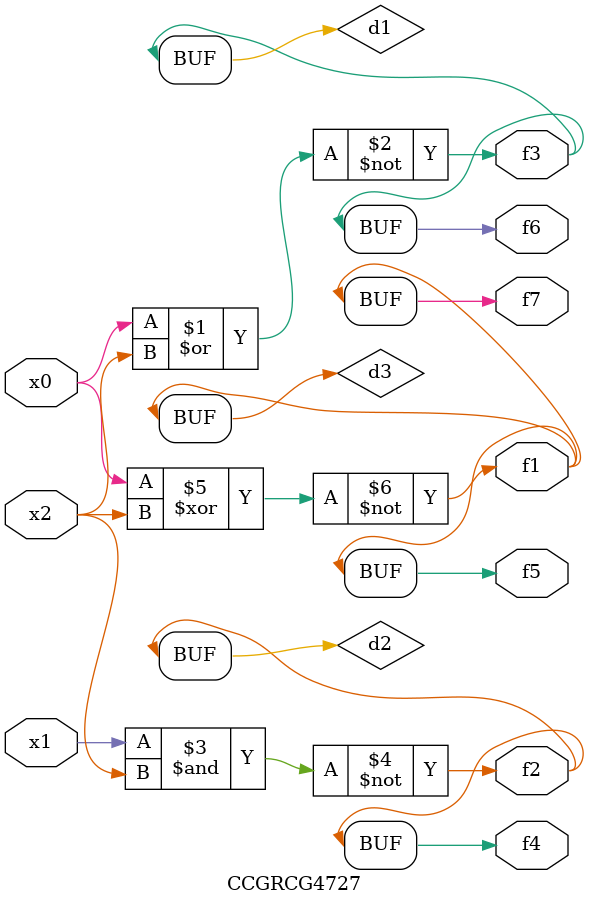
<source format=v>
module CCGRCG4727(
	input x0, x1, x2,
	output f1, f2, f3, f4, f5, f6, f7
);

	wire d1, d2, d3;

	nor (d1, x0, x2);
	nand (d2, x1, x2);
	xnor (d3, x0, x2);
	assign f1 = d3;
	assign f2 = d2;
	assign f3 = d1;
	assign f4 = d2;
	assign f5 = d3;
	assign f6 = d1;
	assign f7 = d3;
endmodule

</source>
